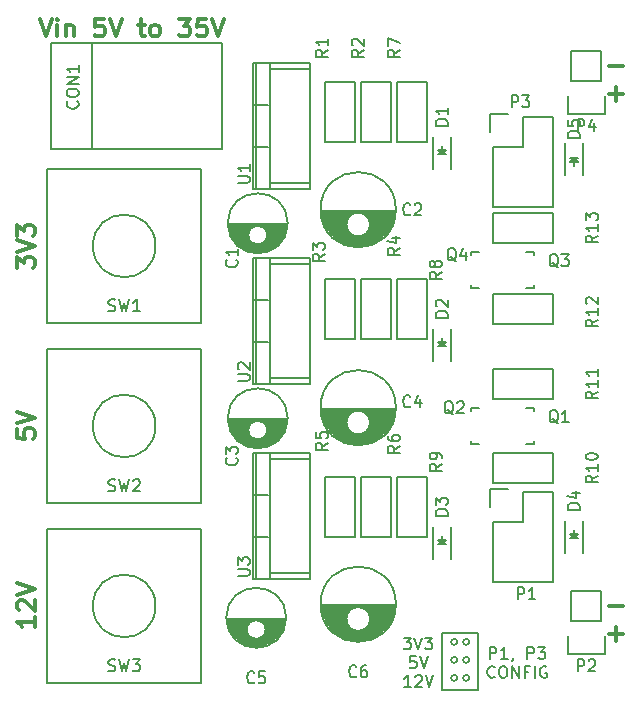
<source format=gto>
G04 #@! TF.FileFunction,Legend,Top*
%FSLAX46Y46*%
G04 Gerber Fmt 4.6, Leading zero omitted, Abs format (unit mm)*
G04 Created by KiCad (PCBNEW 4.0.2-stable) date 2016-04-28 09:31:23*
%MOMM*%
G01*
G04 APERTURE LIST*
%ADD10C,0.100000*%
%ADD11C,0.300000*%
%ADD12C,0.200000*%
%ADD13C,0.150000*%
G04 APERTURE END LIST*
D10*
D11*
X56349287Y-21403571D02*
X56849287Y-22903571D01*
X57349287Y-21403571D01*
X57849287Y-22903571D02*
X57849287Y-21903571D01*
X57849287Y-21403571D02*
X57777858Y-21475000D01*
X57849287Y-21546429D01*
X57920715Y-21475000D01*
X57849287Y-21403571D01*
X57849287Y-21546429D01*
X58563573Y-21903571D02*
X58563573Y-22903571D01*
X58563573Y-22046429D02*
X58635001Y-21975000D01*
X58777859Y-21903571D01*
X58992144Y-21903571D01*
X59135001Y-21975000D01*
X59206430Y-22117857D01*
X59206430Y-22903571D01*
X61777859Y-21403571D02*
X61063573Y-21403571D01*
X60992144Y-22117857D01*
X61063573Y-22046429D01*
X61206430Y-21975000D01*
X61563573Y-21975000D01*
X61706430Y-22046429D01*
X61777859Y-22117857D01*
X61849287Y-22260714D01*
X61849287Y-22617857D01*
X61777859Y-22760714D01*
X61706430Y-22832143D01*
X61563573Y-22903571D01*
X61206430Y-22903571D01*
X61063573Y-22832143D01*
X60992144Y-22760714D01*
X62277858Y-21403571D02*
X62777858Y-22903571D01*
X63277858Y-21403571D01*
X64706429Y-21903571D02*
X65277858Y-21903571D01*
X64920715Y-21403571D02*
X64920715Y-22689286D01*
X64992143Y-22832143D01*
X65135001Y-22903571D01*
X65277858Y-22903571D01*
X65992144Y-22903571D02*
X65849286Y-22832143D01*
X65777858Y-22760714D01*
X65706429Y-22617857D01*
X65706429Y-22189286D01*
X65777858Y-22046429D01*
X65849286Y-21975000D01*
X65992144Y-21903571D01*
X66206429Y-21903571D01*
X66349286Y-21975000D01*
X66420715Y-22046429D01*
X66492144Y-22189286D01*
X66492144Y-22617857D01*
X66420715Y-22760714D01*
X66349286Y-22832143D01*
X66206429Y-22903571D01*
X65992144Y-22903571D01*
X68135001Y-21403571D02*
X69063572Y-21403571D01*
X68563572Y-21975000D01*
X68777858Y-21975000D01*
X68920715Y-22046429D01*
X68992144Y-22117857D01*
X69063572Y-22260714D01*
X69063572Y-22617857D01*
X68992144Y-22760714D01*
X68920715Y-22832143D01*
X68777858Y-22903571D01*
X68349286Y-22903571D01*
X68206429Y-22832143D01*
X68135001Y-22760714D01*
X70420715Y-21403571D02*
X69706429Y-21403571D01*
X69635000Y-22117857D01*
X69706429Y-22046429D01*
X69849286Y-21975000D01*
X70206429Y-21975000D01*
X70349286Y-22046429D01*
X70420715Y-22117857D01*
X70492143Y-22260714D01*
X70492143Y-22617857D01*
X70420715Y-22760714D01*
X70349286Y-22832143D01*
X70206429Y-22903571D01*
X69849286Y-22903571D01*
X69706429Y-22832143D01*
X69635000Y-22760714D01*
X70920714Y-21403571D02*
X71420714Y-22903571D01*
X71920714Y-21403571D01*
X55923571Y-72048571D02*
X55923571Y-72905714D01*
X55923571Y-72477142D02*
X54423571Y-72477142D01*
X54637857Y-72619999D01*
X54780714Y-72762857D01*
X54852143Y-72905714D01*
X54566429Y-71477143D02*
X54495000Y-71405714D01*
X54423571Y-71262857D01*
X54423571Y-70905714D01*
X54495000Y-70762857D01*
X54566429Y-70691428D01*
X54709286Y-70620000D01*
X54852143Y-70620000D01*
X55066429Y-70691428D01*
X55923571Y-71548571D01*
X55923571Y-70620000D01*
X54423571Y-70191429D02*
X55923571Y-69691429D01*
X54423571Y-69191429D01*
X54423571Y-56165713D02*
X54423571Y-56879999D01*
X55137857Y-56951428D01*
X55066429Y-56879999D01*
X54995000Y-56737142D01*
X54995000Y-56379999D01*
X55066429Y-56237142D01*
X55137857Y-56165713D01*
X55280714Y-56094285D01*
X55637857Y-56094285D01*
X55780714Y-56165713D01*
X55852143Y-56237142D01*
X55923571Y-56379999D01*
X55923571Y-56737142D01*
X55852143Y-56879999D01*
X55780714Y-56951428D01*
X54423571Y-55665714D02*
X55923571Y-55165714D01*
X54423571Y-54665714D01*
X54423571Y-42497142D02*
X54423571Y-41568571D01*
X54995000Y-42068571D01*
X54995000Y-41854285D01*
X55066429Y-41711428D01*
X55137857Y-41639999D01*
X55280714Y-41568571D01*
X55637857Y-41568571D01*
X55780714Y-41639999D01*
X55852143Y-41711428D01*
X55923571Y-41854285D01*
X55923571Y-42282857D01*
X55852143Y-42425714D01*
X55780714Y-42497142D01*
X54423571Y-41140000D02*
X55923571Y-40640000D01*
X54423571Y-40140000D01*
X54423571Y-39782857D02*
X54423571Y-38854286D01*
X54995000Y-39354286D01*
X54995000Y-39140000D01*
X55066429Y-38997143D01*
X55137857Y-38925714D01*
X55280714Y-38854286D01*
X55637857Y-38854286D01*
X55780714Y-38925714D01*
X55852143Y-38997143D01*
X55923571Y-39140000D01*
X55923571Y-39568572D01*
X55852143Y-39711429D01*
X55780714Y-39782857D01*
X105727428Y-27762857D02*
X104584571Y-27762857D01*
X105156000Y-27191429D02*
X105156000Y-28334286D01*
X105727428Y-25362857D02*
X104584571Y-25362857D01*
X105727428Y-73482857D02*
X104584571Y-73482857D01*
X105156000Y-72911429D02*
X105156000Y-74054286D01*
X105727428Y-71082857D02*
X104584571Y-71082857D01*
D12*
X94440667Y-75598381D02*
X94440667Y-74598381D01*
X94821620Y-74598381D01*
X94916858Y-74646000D01*
X94964477Y-74693619D01*
X95012096Y-74788857D01*
X95012096Y-74931714D01*
X94964477Y-75026952D01*
X94916858Y-75074571D01*
X94821620Y-75122190D01*
X94440667Y-75122190D01*
X95964477Y-75598381D02*
X95393048Y-75598381D01*
X95678762Y-75598381D02*
X95678762Y-74598381D01*
X95583524Y-74741238D01*
X95488286Y-74836476D01*
X95393048Y-74884095D01*
X96440667Y-75550762D02*
X96440667Y-75598381D01*
X96393048Y-75693619D01*
X96345429Y-75741238D01*
X97631143Y-75598381D02*
X97631143Y-74598381D01*
X98012096Y-74598381D01*
X98107334Y-74646000D01*
X98154953Y-74693619D01*
X98202572Y-74788857D01*
X98202572Y-74931714D01*
X98154953Y-75026952D01*
X98107334Y-75074571D01*
X98012096Y-75122190D01*
X97631143Y-75122190D01*
X98535905Y-74598381D02*
X99154953Y-74598381D01*
X98821619Y-74979333D01*
X98964477Y-74979333D01*
X99059715Y-75026952D01*
X99107334Y-75074571D01*
X99154953Y-75169810D01*
X99154953Y-75407905D01*
X99107334Y-75503143D01*
X99059715Y-75550762D01*
X98964477Y-75598381D01*
X98678762Y-75598381D01*
X98583524Y-75550762D01*
X98535905Y-75503143D01*
X94869239Y-77103143D02*
X94821620Y-77150762D01*
X94678763Y-77198381D01*
X94583525Y-77198381D01*
X94440667Y-77150762D01*
X94345429Y-77055524D01*
X94297810Y-76960286D01*
X94250191Y-76769810D01*
X94250191Y-76626952D01*
X94297810Y-76436476D01*
X94345429Y-76341238D01*
X94440667Y-76246000D01*
X94583525Y-76198381D01*
X94678763Y-76198381D01*
X94821620Y-76246000D01*
X94869239Y-76293619D01*
X95488286Y-76198381D02*
X95678763Y-76198381D01*
X95774001Y-76246000D01*
X95869239Y-76341238D01*
X95916858Y-76531714D01*
X95916858Y-76865048D01*
X95869239Y-77055524D01*
X95774001Y-77150762D01*
X95678763Y-77198381D01*
X95488286Y-77198381D01*
X95393048Y-77150762D01*
X95297810Y-77055524D01*
X95250191Y-76865048D01*
X95250191Y-76531714D01*
X95297810Y-76341238D01*
X95393048Y-76246000D01*
X95488286Y-76198381D01*
X96345429Y-77198381D02*
X96345429Y-76198381D01*
X96916858Y-77198381D01*
X96916858Y-76198381D01*
X97726382Y-76674571D02*
X97393048Y-76674571D01*
X97393048Y-77198381D02*
X97393048Y-76198381D01*
X97869239Y-76198381D01*
X98250191Y-77198381D02*
X98250191Y-76198381D01*
X99250191Y-76246000D02*
X99154953Y-76198381D01*
X99012096Y-76198381D01*
X98869238Y-76246000D01*
X98774000Y-76341238D01*
X98726381Y-76436476D01*
X98678762Y-76626952D01*
X98678762Y-76769810D01*
X98726381Y-76960286D01*
X98774000Y-77055524D01*
X98869238Y-77150762D01*
X99012096Y-77198381D01*
X99107334Y-77198381D01*
X99250191Y-77150762D01*
X99297810Y-77103143D01*
X99297810Y-76769810D01*
X99107334Y-76769810D01*
X92710000Y-77216000D02*
G75*
G03X92710000Y-77216000I-254000J0D01*
G01*
X91694000Y-77216000D02*
G75*
G03X91694000Y-77216000I-254000J0D01*
G01*
X92710000Y-75692000D02*
G75*
G03X92710000Y-75692000I-254000J0D01*
G01*
X91694000Y-75692000D02*
G75*
G03X91694000Y-75692000I-254000J0D01*
G01*
X92710000Y-74168000D02*
G75*
G03X92710000Y-74168000I-254000J0D01*
G01*
X91694000Y-74168000D02*
G75*
G03X91694000Y-74168000I-254000J0D01*
G01*
X93472000Y-73406000D02*
X90424000Y-73406000D01*
X93472000Y-78232000D02*
X93472000Y-73406000D01*
X90424000Y-78232000D02*
X93472000Y-78232000D01*
X90424000Y-73406000D02*
X90424000Y-78232000D01*
X87153905Y-73798381D02*
X87772953Y-73798381D01*
X87439619Y-74179333D01*
X87582477Y-74179333D01*
X87677715Y-74226952D01*
X87725334Y-74274571D01*
X87772953Y-74369810D01*
X87772953Y-74607905D01*
X87725334Y-74703143D01*
X87677715Y-74750762D01*
X87582477Y-74798381D01*
X87296762Y-74798381D01*
X87201524Y-74750762D01*
X87153905Y-74703143D01*
X88058667Y-73798381D02*
X88392000Y-74798381D01*
X88725334Y-73798381D01*
X88963429Y-73798381D02*
X89582477Y-73798381D01*
X89249143Y-74179333D01*
X89392001Y-74179333D01*
X89487239Y-74226952D01*
X89534858Y-74274571D01*
X89582477Y-74369810D01*
X89582477Y-74607905D01*
X89534858Y-74703143D01*
X89487239Y-74750762D01*
X89392001Y-74798381D01*
X89106286Y-74798381D01*
X89011048Y-74750762D01*
X88963429Y-74703143D01*
X88201524Y-75398381D02*
X87725333Y-75398381D01*
X87677714Y-75874571D01*
X87725333Y-75826952D01*
X87820571Y-75779333D01*
X88058667Y-75779333D01*
X88153905Y-75826952D01*
X88201524Y-75874571D01*
X88249143Y-75969810D01*
X88249143Y-76207905D01*
X88201524Y-76303143D01*
X88153905Y-76350762D01*
X88058667Y-76398381D01*
X87820571Y-76398381D01*
X87725333Y-76350762D01*
X87677714Y-76303143D01*
X88534857Y-75398381D02*
X88868190Y-76398381D01*
X89201524Y-75398381D01*
X87772953Y-77998381D02*
X87201524Y-77998381D01*
X87487238Y-77998381D02*
X87487238Y-76998381D01*
X87392000Y-77141238D01*
X87296762Y-77236476D01*
X87201524Y-77284095D01*
X88153905Y-77093619D02*
X88201524Y-77046000D01*
X88296762Y-76998381D01*
X88534858Y-76998381D01*
X88630096Y-77046000D01*
X88677715Y-77093619D01*
X88725334Y-77188857D01*
X88725334Y-77284095D01*
X88677715Y-77426952D01*
X88106286Y-77998381D01*
X88725334Y-77998381D01*
X89011048Y-76998381D02*
X89344381Y-77998381D01*
X89677715Y-76998381D01*
D13*
X60769500Y-23439120D02*
X60769500Y-32440880D01*
X57269380Y-23439120D02*
X57269380Y-32440880D01*
X57269380Y-32440880D02*
X71770240Y-32440880D01*
X71770240Y-32440880D02*
X71770240Y-23439120D01*
X71770240Y-23439120D02*
X57269380Y-23439120D01*
X99822000Y-40386000D02*
X94742000Y-40386000D01*
X94742000Y-40386000D02*
X94742000Y-37846000D01*
X94742000Y-37846000D02*
X99822000Y-37846000D01*
X99822000Y-37846000D02*
X99822000Y-40386000D01*
X98186240Y-43971160D02*
X98186240Y-43922900D01*
X97485200Y-41172180D02*
X98186240Y-41172180D01*
X98186240Y-41172180D02*
X98186240Y-41421100D01*
X98186240Y-43971160D02*
X98186240Y-44171820D01*
X98186240Y-44171820D02*
X97485200Y-44171820D01*
X77302000Y-38794000D02*
X72304000Y-38794000D01*
X77294000Y-38934000D02*
X74957000Y-38934000D01*
X74649000Y-38934000D02*
X72312000Y-38934000D01*
X77278000Y-39074000D02*
X75276000Y-39074000D01*
X74330000Y-39074000D02*
X72328000Y-39074000D01*
X77254000Y-39214000D02*
X75423000Y-39214000D01*
X74183000Y-39214000D02*
X72352000Y-39214000D01*
X77221000Y-39354000D02*
X75515000Y-39354000D01*
X74091000Y-39354000D02*
X72385000Y-39354000D01*
X77180000Y-39494000D02*
X75571000Y-39494000D01*
X74035000Y-39494000D02*
X72426000Y-39494000D01*
X77130000Y-39634000D02*
X75598000Y-39634000D01*
X74008000Y-39634000D02*
X72476000Y-39634000D01*
X77069000Y-39774000D02*
X75601000Y-39774000D01*
X74005000Y-39774000D02*
X72537000Y-39774000D01*
X76999000Y-39914000D02*
X75579000Y-39914000D01*
X74027000Y-39914000D02*
X72607000Y-39914000D01*
X76917000Y-40054000D02*
X75529000Y-40054000D01*
X74077000Y-40054000D02*
X72689000Y-40054000D01*
X76822000Y-40194000D02*
X75447000Y-40194000D01*
X74159000Y-40194000D02*
X72784000Y-40194000D01*
X76711000Y-40334000D02*
X75315000Y-40334000D01*
X74291000Y-40334000D02*
X72895000Y-40334000D01*
X76583000Y-40474000D02*
X75068000Y-40474000D01*
X74538000Y-40474000D02*
X73023000Y-40474000D01*
X76434000Y-40614000D02*
X73172000Y-40614000D01*
X76255000Y-40754000D02*
X73351000Y-40754000D01*
X76036000Y-40894000D02*
X73570000Y-40894000D01*
X75747000Y-41034000D02*
X73859000Y-41034000D01*
X75275000Y-41174000D02*
X74331000Y-41174000D01*
X75603000Y-39719000D02*
G75*
G03X75603000Y-39719000I-800000J0D01*
G01*
X77340500Y-38719000D02*
G75*
G03X77340500Y-38719000I-2537500J0D01*
G01*
X77302000Y-55304000D02*
X72304000Y-55304000D01*
X77294000Y-55444000D02*
X74957000Y-55444000D01*
X74649000Y-55444000D02*
X72312000Y-55444000D01*
X77278000Y-55584000D02*
X75276000Y-55584000D01*
X74330000Y-55584000D02*
X72328000Y-55584000D01*
X77254000Y-55724000D02*
X75423000Y-55724000D01*
X74183000Y-55724000D02*
X72352000Y-55724000D01*
X77221000Y-55864000D02*
X75515000Y-55864000D01*
X74091000Y-55864000D02*
X72385000Y-55864000D01*
X77180000Y-56004000D02*
X75571000Y-56004000D01*
X74035000Y-56004000D02*
X72426000Y-56004000D01*
X77130000Y-56144000D02*
X75598000Y-56144000D01*
X74008000Y-56144000D02*
X72476000Y-56144000D01*
X77069000Y-56284000D02*
X75601000Y-56284000D01*
X74005000Y-56284000D02*
X72537000Y-56284000D01*
X76999000Y-56424000D02*
X75579000Y-56424000D01*
X74027000Y-56424000D02*
X72607000Y-56424000D01*
X76917000Y-56564000D02*
X75529000Y-56564000D01*
X74077000Y-56564000D02*
X72689000Y-56564000D01*
X76822000Y-56704000D02*
X75447000Y-56704000D01*
X74159000Y-56704000D02*
X72784000Y-56704000D01*
X76711000Y-56844000D02*
X75315000Y-56844000D01*
X74291000Y-56844000D02*
X72895000Y-56844000D01*
X76583000Y-56984000D02*
X75068000Y-56984000D01*
X74538000Y-56984000D02*
X73023000Y-56984000D01*
X76434000Y-57124000D02*
X73172000Y-57124000D01*
X76255000Y-57264000D02*
X73351000Y-57264000D01*
X76036000Y-57404000D02*
X73570000Y-57404000D01*
X75747000Y-57544000D02*
X73859000Y-57544000D01*
X75275000Y-57684000D02*
X74331000Y-57684000D01*
X75603000Y-56229000D02*
G75*
G03X75603000Y-56229000I-800000J0D01*
G01*
X77340500Y-55229000D02*
G75*
G03X77340500Y-55229000I-2537500J0D01*
G01*
X77175000Y-72195000D02*
X72177000Y-72195000D01*
X77167000Y-72335000D02*
X74830000Y-72335000D01*
X74522000Y-72335000D02*
X72185000Y-72335000D01*
X77151000Y-72475000D02*
X75149000Y-72475000D01*
X74203000Y-72475000D02*
X72201000Y-72475000D01*
X77127000Y-72615000D02*
X75296000Y-72615000D01*
X74056000Y-72615000D02*
X72225000Y-72615000D01*
X77094000Y-72755000D02*
X75388000Y-72755000D01*
X73964000Y-72755000D02*
X72258000Y-72755000D01*
X77053000Y-72895000D02*
X75444000Y-72895000D01*
X73908000Y-72895000D02*
X72299000Y-72895000D01*
X77003000Y-73035000D02*
X75471000Y-73035000D01*
X73881000Y-73035000D02*
X72349000Y-73035000D01*
X76942000Y-73175000D02*
X75474000Y-73175000D01*
X73878000Y-73175000D02*
X72410000Y-73175000D01*
X76872000Y-73315000D02*
X75452000Y-73315000D01*
X73900000Y-73315000D02*
X72480000Y-73315000D01*
X76790000Y-73455000D02*
X75402000Y-73455000D01*
X73950000Y-73455000D02*
X72562000Y-73455000D01*
X76695000Y-73595000D02*
X75320000Y-73595000D01*
X74032000Y-73595000D02*
X72657000Y-73595000D01*
X76584000Y-73735000D02*
X75188000Y-73735000D01*
X74164000Y-73735000D02*
X72768000Y-73735000D01*
X76456000Y-73875000D02*
X74941000Y-73875000D01*
X74411000Y-73875000D02*
X72896000Y-73875000D01*
X76307000Y-74015000D02*
X73045000Y-74015000D01*
X76128000Y-74155000D02*
X73224000Y-74155000D01*
X75909000Y-74295000D02*
X73443000Y-74295000D01*
X75620000Y-74435000D02*
X73732000Y-74435000D01*
X75148000Y-74575000D02*
X74204000Y-74575000D01*
X75476000Y-73120000D02*
G75*
G03X75476000Y-73120000I-800000J0D01*
G01*
X77213500Y-72120000D02*
G75*
G03X77213500Y-72120000I-2537500J0D01*
G01*
X91174000Y-34112000D02*
X91174000Y-31412000D01*
X89674000Y-34112000D02*
X89674000Y-31412000D01*
X90574000Y-32612000D02*
X90324000Y-32612000D01*
X90324000Y-32612000D02*
X90474000Y-32762000D01*
X90074000Y-32862000D02*
X90774000Y-32862000D01*
X90424000Y-32512000D02*
X90424000Y-32162000D01*
X90424000Y-32862000D02*
X90074000Y-32512000D01*
X90074000Y-32512000D02*
X90774000Y-32512000D01*
X90774000Y-32512000D02*
X90424000Y-32862000D01*
X91174000Y-50368000D02*
X91174000Y-47668000D01*
X89674000Y-50368000D02*
X89674000Y-47668000D01*
X90574000Y-48868000D02*
X90324000Y-48868000D01*
X90324000Y-48868000D02*
X90474000Y-49018000D01*
X90074000Y-49118000D02*
X90774000Y-49118000D01*
X90424000Y-48768000D02*
X90424000Y-48418000D01*
X90424000Y-49118000D02*
X90074000Y-48768000D01*
X90074000Y-48768000D02*
X90774000Y-48768000D01*
X90774000Y-48768000D02*
X90424000Y-49118000D01*
X91174000Y-67132000D02*
X91174000Y-64432000D01*
X89674000Y-67132000D02*
X89674000Y-64432000D01*
X90574000Y-65632000D02*
X90324000Y-65632000D01*
X90324000Y-65632000D02*
X90474000Y-65782000D01*
X90074000Y-65882000D02*
X90774000Y-65882000D01*
X90424000Y-65532000D02*
X90424000Y-65182000D01*
X90424000Y-65882000D02*
X90074000Y-65532000D01*
X90074000Y-65532000D02*
X90774000Y-65532000D01*
X90774000Y-65532000D02*
X90424000Y-65882000D01*
X102350000Y-66624000D02*
X102350000Y-63924000D01*
X100850000Y-66624000D02*
X100850000Y-63924000D01*
X101750000Y-65124000D02*
X101500000Y-65124000D01*
X101500000Y-65124000D02*
X101650000Y-65274000D01*
X101250000Y-65374000D02*
X101950000Y-65374000D01*
X101600000Y-65024000D02*
X101600000Y-64674000D01*
X101600000Y-65374000D02*
X101250000Y-65024000D01*
X101250000Y-65024000D02*
X101950000Y-65024000D01*
X101950000Y-65024000D02*
X101600000Y-65374000D01*
X100850000Y-31928000D02*
X100850000Y-34628000D01*
X102350000Y-31928000D02*
X102350000Y-34628000D01*
X101450000Y-33428000D02*
X101700000Y-33428000D01*
X101700000Y-33428000D02*
X101550000Y-33278000D01*
X101950000Y-33178000D02*
X101250000Y-33178000D01*
X101600000Y-33528000D02*
X101600000Y-33878000D01*
X101600000Y-33178000D02*
X101950000Y-33528000D01*
X101950000Y-33528000D02*
X101250000Y-33528000D01*
X101250000Y-33528000D02*
X101600000Y-33178000D01*
X94742000Y-64008000D02*
X94742000Y-69088000D01*
X94462000Y-61188000D02*
X96012000Y-61188000D01*
X97282000Y-61468000D02*
X97282000Y-64008000D01*
X97282000Y-64008000D02*
X94742000Y-64008000D01*
X94742000Y-69088000D02*
X99822000Y-69088000D01*
X99822000Y-69088000D02*
X99822000Y-64008000D01*
X94462000Y-61188000D02*
X94462000Y-62738000D01*
X99822000Y-61468000D02*
X97282000Y-61468000D01*
X99822000Y-64008000D02*
X99822000Y-61468000D01*
X101346000Y-72390000D02*
X101346000Y-69850000D01*
X101066000Y-75210000D02*
X101066000Y-73660000D01*
X101346000Y-72390000D02*
X103886000Y-72390000D01*
X104166000Y-73660000D02*
X104166000Y-75210000D01*
X104166000Y-75210000D02*
X101066000Y-75210000D01*
X103886000Y-72390000D02*
X103886000Y-69850000D01*
X103886000Y-69850000D02*
X101346000Y-69850000D01*
X94742000Y-32258000D02*
X94742000Y-37338000D01*
X94462000Y-29438000D02*
X96012000Y-29438000D01*
X97282000Y-29718000D02*
X97282000Y-32258000D01*
X97282000Y-32258000D02*
X94742000Y-32258000D01*
X94742000Y-37338000D02*
X99822000Y-37338000D01*
X99822000Y-37338000D02*
X99822000Y-32258000D01*
X94462000Y-29438000D02*
X94462000Y-30988000D01*
X99822000Y-29718000D02*
X97282000Y-29718000D01*
X99822000Y-32258000D02*
X99822000Y-29718000D01*
X101346000Y-26670000D02*
X101346000Y-24130000D01*
X101066000Y-29490000D02*
X101066000Y-27940000D01*
X101346000Y-26670000D02*
X103886000Y-26670000D01*
X104166000Y-27940000D02*
X104166000Y-29490000D01*
X104166000Y-29490000D02*
X101066000Y-29490000D01*
X103886000Y-26670000D02*
X103886000Y-24130000D01*
X103886000Y-24130000D02*
X101346000Y-24130000D01*
X98186240Y-57179160D02*
X98186240Y-57130900D01*
X97485200Y-54380180D02*
X98186240Y-54380180D01*
X98186240Y-54380180D02*
X98186240Y-54629100D01*
X98186240Y-57179160D02*
X98186240Y-57379820D01*
X98186240Y-57379820D02*
X97485200Y-57379820D01*
X92821760Y-54580840D02*
X92821760Y-54629100D01*
X93522800Y-57379820D02*
X92821760Y-57379820D01*
X92821760Y-57379820D02*
X92821760Y-57130900D01*
X92821760Y-54580840D02*
X92821760Y-54380180D01*
X92821760Y-54380180D02*
X93522800Y-54380180D01*
X92821760Y-41372840D02*
X92821760Y-41421100D01*
X93522800Y-44171820D02*
X92821760Y-44171820D01*
X92821760Y-44171820D02*
X92821760Y-43922900D01*
X92821760Y-41372840D02*
X92821760Y-41172180D01*
X92821760Y-41172180D02*
X93522800Y-41172180D01*
X80518000Y-31877000D02*
X80518000Y-26797000D01*
X80518000Y-26797000D02*
X83058000Y-26797000D01*
X83058000Y-26797000D02*
X83058000Y-31877000D01*
X83058000Y-31877000D02*
X80518000Y-31877000D01*
X86106000Y-26797000D02*
X86106000Y-31877000D01*
X86106000Y-31877000D02*
X83566000Y-31877000D01*
X83566000Y-31877000D02*
X83566000Y-26797000D01*
X83566000Y-26797000D02*
X86106000Y-26797000D01*
X80518000Y-48514000D02*
X80518000Y-43434000D01*
X80518000Y-43434000D02*
X83058000Y-43434000D01*
X83058000Y-43434000D02*
X83058000Y-48514000D01*
X83058000Y-48514000D02*
X80518000Y-48514000D01*
X86106000Y-43434000D02*
X86106000Y-48514000D01*
X86106000Y-48514000D02*
X83566000Y-48514000D01*
X83566000Y-48514000D02*
X83566000Y-43434000D01*
X83566000Y-43434000D02*
X86106000Y-43434000D01*
X80518000Y-65278000D02*
X80518000Y-60198000D01*
X80518000Y-60198000D02*
X83058000Y-60198000D01*
X83058000Y-60198000D02*
X83058000Y-65278000D01*
X83058000Y-65278000D02*
X80518000Y-65278000D01*
X86106000Y-60198000D02*
X86106000Y-65278000D01*
X86106000Y-65278000D02*
X83566000Y-65278000D01*
X83566000Y-65278000D02*
X83566000Y-60198000D01*
X83566000Y-60198000D02*
X86106000Y-60198000D01*
X86614000Y-31877000D02*
X86614000Y-26797000D01*
X86614000Y-26797000D02*
X89154000Y-26797000D01*
X89154000Y-26797000D02*
X89154000Y-31877000D01*
X89154000Y-31877000D02*
X86614000Y-31877000D01*
X86614000Y-48514000D02*
X86614000Y-43434000D01*
X86614000Y-43434000D02*
X89154000Y-43434000D01*
X89154000Y-43434000D02*
X89154000Y-48514000D01*
X89154000Y-48514000D02*
X86614000Y-48514000D01*
X86614000Y-65278000D02*
X86614000Y-60198000D01*
X86614000Y-60198000D02*
X89154000Y-60198000D01*
X89154000Y-60198000D02*
X89154000Y-65278000D01*
X89154000Y-65278000D02*
X86614000Y-65278000D01*
X94742000Y-58166000D02*
X99822000Y-58166000D01*
X99822000Y-58166000D02*
X99822000Y-60706000D01*
X99822000Y-60706000D02*
X94742000Y-60706000D01*
X94742000Y-60706000D02*
X94742000Y-58166000D01*
X99822000Y-53594000D02*
X94742000Y-53594000D01*
X94742000Y-53594000D02*
X94742000Y-51054000D01*
X94742000Y-51054000D02*
X99822000Y-51054000D01*
X99822000Y-51054000D02*
X99822000Y-53594000D01*
X94742000Y-44704000D02*
X99822000Y-44704000D01*
X99822000Y-44704000D02*
X99822000Y-47244000D01*
X99822000Y-47244000D02*
X94742000Y-47244000D01*
X94742000Y-47244000D02*
X94742000Y-44704000D01*
X75819000Y-25654000D02*
X79248000Y-25654000D01*
X75819000Y-35306000D02*
X79248000Y-35306000D01*
X74676000Y-25146000D02*
X74676000Y-35814000D01*
X75692000Y-28702000D02*
X74422000Y-28702000D01*
X75692000Y-32258000D02*
X74422000Y-32258000D01*
X75819000Y-35814000D02*
X75819000Y-25146000D01*
X79248000Y-25146000D02*
X79248000Y-35814000D01*
X74422000Y-35814000D02*
X79248000Y-35814000D01*
X74422000Y-25146000D02*
X79248000Y-25146000D01*
X74422000Y-25146000D02*
X74422000Y-35814000D01*
X75819000Y-42164000D02*
X79248000Y-42164000D01*
X75819000Y-51816000D02*
X79248000Y-51816000D01*
X74676000Y-41656000D02*
X74676000Y-52324000D01*
X75692000Y-45212000D02*
X74422000Y-45212000D01*
X75692000Y-48768000D02*
X74422000Y-48768000D01*
X75819000Y-52324000D02*
X75819000Y-41656000D01*
X79248000Y-41656000D02*
X79248000Y-52324000D01*
X74422000Y-52324000D02*
X79248000Y-52324000D01*
X74422000Y-41656000D02*
X79248000Y-41656000D01*
X74422000Y-41656000D02*
X74422000Y-52324000D01*
X75819000Y-58674000D02*
X79248000Y-58674000D01*
X75819000Y-68326000D02*
X79248000Y-68326000D01*
X74676000Y-58166000D02*
X74676000Y-68834000D01*
X75692000Y-61722000D02*
X74422000Y-61722000D01*
X75692000Y-65278000D02*
X74422000Y-65278000D01*
X75819000Y-68834000D02*
X75819000Y-58166000D01*
X79248000Y-58166000D02*
X79248000Y-68834000D01*
X74422000Y-68834000D02*
X79248000Y-68834000D01*
X74422000Y-58166000D02*
X79248000Y-58166000D01*
X74422000Y-58166000D02*
X74422000Y-68834000D01*
X66150000Y-40640000D02*
G75*
G03X66150000Y-40640000I-2650000J0D01*
G01*
X57000000Y-34140000D02*
X70000000Y-34140000D01*
X70000000Y-34140000D02*
X70000000Y-47140000D01*
X70000000Y-47140000D02*
X57000000Y-47140000D01*
X57000000Y-47140000D02*
X57000000Y-34140000D01*
X66150000Y-55880000D02*
G75*
G03X66150000Y-55880000I-2650000J0D01*
G01*
X57000000Y-49380000D02*
X70000000Y-49380000D01*
X70000000Y-49380000D02*
X70000000Y-62380000D01*
X70000000Y-62380000D02*
X57000000Y-62380000D01*
X57000000Y-62380000D02*
X57000000Y-49380000D01*
X66150000Y-71120000D02*
G75*
G03X66150000Y-71120000I-2650000J0D01*
G01*
X57000000Y-64620000D02*
X70000000Y-64620000D01*
X70000000Y-64620000D02*
X70000000Y-77620000D01*
X70000000Y-77620000D02*
X57000000Y-77620000D01*
X57000000Y-77620000D02*
X57000000Y-64620000D01*
X86461000Y-37647000D02*
X80163000Y-37647000D01*
X86455000Y-37787000D02*
X80169000Y-37787000D01*
X86442000Y-37927000D02*
X83758000Y-37927000D01*
X82866000Y-37927000D02*
X80182000Y-37927000D01*
X86423000Y-38067000D02*
X83968000Y-38067000D01*
X82656000Y-38067000D02*
X80201000Y-38067000D01*
X86397000Y-38207000D02*
X84101000Y-38207000D01*
X82523000Y-38207000D02*
X80227000Y-38207000D01*
X86365000Y-38347000D02*
X84192000Y-38347000D01*
X82432000Y-38347000D02*
X80259000Y-38347000D01*
X86326000Y-38487000D02*
X84254000Y-38487000D01*
X82370000Y-38487000D02*
X80298000Y-38487000D01*
X86280000Y-38627000D02*
X84293000Y-38627000D01*
X82331000Y-38627000D02*
X80344000Y-38627000D01*
X86227000Y-38767000D02*
X84310000Y-38767000D01*
X82314000Y-38767000D02*
X80397000Y-38767000D01*
X86165000Y-38907000D02*
X84308000Y-38907000D01*
X82316000Y-38907000D02*
X80459000Y-38907000D01*
X86095000Y-39047000D02*
X84286000Y-39047000D01*
X82338000Y-39047000D02*
X80529000Y-39047000D01*
X86016000Y-39187000D02*
X84243000Y-39187000D01*
X82381000Y-39187000D02*
X80608000Y-39187000D01*
X85928000Y-39327000D02*
X84175000Y-39327000D01*
X82449000Y-39327000D02*
X80696000Y-39327000D01*
X85828000Y-39467000D02*
X84076000Y-39467000D01*
X82548000Y-39467000D02*
X80796000Y-39467000D01*
X85716000Y-39607000D02*
X83931000Y-39607000D01*
X82693000Y-39607000D02*
X80908000Y-39607000D01*
X85591000Y-39747000D02*
X83692000Y-39747000D01*
X82932000Y-39747000D02*
X81033000Y-39747000D01*
X85448000Y-39887000D02*
X81176000Y-39887000D01*
X85286000Y-40027000D02*
X81338000Y-40027000D01*
X85098000Y-40167000D02*
X81526000Y-40167000D01*
X84875000Y-40307000D02*
X81749000Y-40307000D01*
X84599000Y-40447000D02*
X82025000Y-40447000D01*
X84224000Y-40587000D02*
X82400000Y-40587000D01*
X84312000Y-38822000D02*
G75*
G03X84312000Y-38822000I-1000000J0D01*
G01*
X86499500Y-37572000D02*
G75*
G03X86499500Y-37572000I-3187500J0D01*
G01*
X86461000Y-54411000D02*
X80163000Y-54411000D01*
X86455000Y-54551000D02*
X80169000Y-54551000D01*
X86442000Y-54691000D02*
X83758000Y-54691000D01*
X82866000Y-54691000D02*
X80182000Y-54691000D01*
X86423000Y-54831000D02*
X83968000Y-54831000D01*
X82656000Y-54831000D02*
X80201000Y-54831000D01*
X86397000Y-54971000D02*
X84101000Y-54971000D01*
X82523000Y-54971000D02*
X80227000Y-54971000D01*
X86365000Y-55111000D02*
X84192000Y-55111000D01*
X82432000Y-55111000D02*
X80259000Y-55111000D01*
X86326000Y-55251000D02*
X84254000Y-55251000D01*
X82370000Y-55251000D02*
X80298000Y-55251000D01*
X86280000Y-55391000D02*
X84293000Y-55391000D01*
X82331000Y-55391000D02*
X80344000Y-55391000D01*
X86227000Y-55531000D02*
X84310000Y-55531000D01*
X82314000Y-55531000D02*
X80397000Y-55531000D01*
X86165000Y-55671000D02*
X84308000Y-55671000D01*
X82316000Y-55671000D02*
X80459000Y-55671000D01*
X86095000Y-55811000D02*
X84286000Y-55811000D01*
X82338000Y-55811000D02*
X80529000Y-55811000D01*
X86016000Y-55951000D02*
X84243000Y-55951000D01*
X82381000Y-55951000D02*
X80608000Y-55951000D01*
X85928000Y-56091000D02*
X84175000Y-56091000D01*
X82449000Y-56091000D02*
X80696000Y-56091000D01*
X85828000Y-56231000D02*
X84076000Y-56231000D01*
X82548000Y-56231000D02*
X80796000Y-56231000D01*
X85716000Y-56371000D02*
X83931000Y-56371000D01*
X82693000Y-56371000D02*
X80908000Y-56371000D01*
X85591000Y-56511000D02*
X83692000Y-56511000D01*
X82932000Y-56511000D02*
X81033000Y-56511000D01*
X85448000Y-56651000D02*
X81176000Y-56651000D01*
X85286000Y-56791000D02*
X81338000Y-56791000D01*
X85098000Y-56931000D02*
X81526000Y-56931000D01*
X84875000Y-57071000D02*
X81749000Y-57071000D01*
X84599000Y-57211000D02*
X82025000Y-57211000D01*
X84224000Y-57351000D02*
X82400000Y-57351000D01*
X84312000Y-55586000D02*
G75*
G03X84312000Y-55586000I-1000000J0D01*
G01*
X86499500Y-54336000D02*
G75*
G03X86499500Y-54336000I-3187500J0D01*
G01*
X86461000Y-71048000D02*
X80163000Y-71048000D01*
X86455000Y-71188000D02*
X80169000Y-71188000D01*
X86442000Y-71328000D02*
X83758000Y-71328000D01*
X82866000Y-71328000D02*
X80182000Y-71328000D01*
X86423000Y-71468000D02*
X83968000Y-71468000D01*
X82656000Y-71468000D02*
X80201000Y-71468000D01*
X86397000Y-71608000D02*
X84101000Y-71608000D01*
X82523000Y-71608000D02*
X80227000Y-71608000D01*
X86365000Y-71748000D02*
X84192000Y-71748000D01*
X82432000Y-71748000D02*
X80259000Y-71748000D01*
X86326000Y-71888000D02*
X84254000Y-71888000D01*
X82370000Y-71888000D02*
X80298000Y-71888000D01*
X86280000Y-72028000D02*
X84293000Y-72028000D01*
X82331000Y-72028000D02*
X80344000Y-72028000D01*
X86227000Y-72168000D02*
X84310000Y-72168000D01*
X82314000Y-72168000D02*
X80397000Y-72168000D01*
X86165000Y-72308000D02*
X84308000Y-72308000D01*
X82316000Y-72308000D02*
X80459000Y-72308000D01*
X86095000Y-72448000D02*
X84286000Y-72448000D01*
X82338000Y-72448000D02*
X80529000Y-72448000D01*
X86016000Y-72588000D02*
X84243000Y-72588000D01*
X82381000Y-72588000D02*
X80608000Y-72588000D01*
X85928000Y-72728000D02*
X84175000Y-72728000D01*
X82449000Y-72728000D02*
X80696000Y-72728000D01*
X85828000Y-72868000D02*
X84076000Y-72868000D01*
X82548000Y-72868000D02*
X80796000Y-72868000D01*
X85716000Y-73008000D02*
X83931000Y-73008000D01*
X82693000Y-73008000D02*
X80908000Y-73008000D01*
X85591000Y-73148000D02*
X83692000Y-73148000D01*
X82932000Y-73148000D02*
X81033000Y-73148000D01*
X85448000Y-73288000D02*
X81176000Y-73288000D01*
X85286000Y-73428000D02*
X81338000Y-73428000D01*
X85098000Y-73568000D02*
X81526000Y-73568000D01*
X84875000Y-73708000D02*
X81749000Y-73708000D01*
X84599000Y-73848000D02*
X82025000Y-73848000D01*
X84224000Y-73988000D02*
X82400000Y-73988000D01*
X84312000Y-72223000D02*
G75*
G03X84312000Y-72223000I-1000000J0D01*
G01*
X86499500Y-70973000D02*
G75*
G03X86499500Y-70973000I-3187500J0D01*
G01*
X59539143Y-28392285D02*
X59586762Y-28439904D01*
X59634381Y-28582761D01*
X59634381Y-28677999D01*
X59586762Y-28820857D01*
X59491524Y-28916095D01*
X59396286Y-28963714D01*
X59205810Y-29011333D01*
X59062952Y-29011333D01*
X58872476Y-28963714D01*
X58777238Y-28916095D01*
X58682000Y-28820857D01*
X58634381Y-28677999D01*
X58634381Y-28582761D01*
X58682000Y-28439904D01*
X58729619Y-28392285D01*
X58634381Y-27773238D02*
X58634381Y-27582761D01*
X58682000Y-27487523D01*
X58777238Y-27392285D01*
X58967714Y-27344666D01*
X59301048Y-27344666D01*
X59491524Y-27392285D01*
X59586762Y-27487523D01*
X59634381Y-27582761D01*
X59634381Y-27773238D01*
X59586762Y-27868476D01*
X59491524Y-27963714D01*
X59301048Y-28011333D01*
X58967714Y-28011333D01*
X58777238Y-27963714D01*
X58682000Y-27868476D01*
X58634381Y-27773238D01*
X59634381Y-26916095D02*
X58634381Y-26916095D01*
X59634381Y-26344666D01*
X58634381Y-26344666D01*
X59634381Y-25344666D02*
X59634381Y-25916095D01*
X59634381Y-25630381D02*
X58634381Y-25630381D01*
X58777238Y-25725619D01*
X58872476Y-25820857D01*
X58920095Y-25916095D01*
X103576381Y-39758857D02*
X103100190Y-40092191D01*
X103576381Y-40330286D02*
X102576381Y-40330286D01*
X102576381Y-39949333D01*
X102624000Y-39854095D01*
X102671619Y-39806476D01*
X102766857Y-39758857D01*
X102909714Y-39758857D01*
X103004952Y-39806476D01*
X103052571Y-39854095D01*
X103100190Y-39949333D01*
X103100190Y-40330286D01*
X103576381Y-38806476D02*
X103576381Y-39377905D01*
X103576381Y-39092191D02*
X102576381Y-39092191D01*
X102719238Y-39187429D01*
X102814476Y-39282667D01*
X102862095Y-39377905D01*
X102576381Y-38473143D02*
X102576381Y-37854095D01*
X102957333Y-38187429D01*
X102957333Y-38044571D01*
X103004952Y-37949333D01*
X103052571Y-37901714D01*
X103147810Y-37854095D01*
X103385905Y-37854095D01*
X103481143Y-37901714D01*
X103528762Y-37949333D01*
X103576381Y-38044571D01*
X103576381Y-38330286D01*
X103528762Y-38425524D01*
X103481143Y-38473143D01*
X100234762Y-42457619D02*
X100139524Y-42410000D01*
X100044286Y-42314762D01*
X99901429Y-42171905D01*
X99806190Y-42124286D01*
X99710952Y-42124286D01*
X99758571Y-42362381D02*
X99663333Y-42314762D01*
X99568095Y-42219524D01*
X99520476Y-42029048D01*
X99520476Y-41695714D01*
X99568095Y-41505238D01*
X99663333Y-41410000D01*
X99758571Y-41362381D01*
X99949048Y-41362381D01*
X100044286Y-41410000D01*
X100139524Y-41505238D01*
X100187143Y-41695714D01*
X100187143Y-42029048D01*
X100139524Y-42219524D01*
X100044286Y-42314762D01*
X99949048Y-42362381D01*
X99758571Y-42362381D01*
X100520476Y-41362381D02*
X101139524Y-41362381D01*
X100806190Y-41743333D01*
X100949048Y-41743333D01*
X101044286Y-41790952D01*
X101091905Y-41838571D01*
X101139524Y-41933810D01*
X101139524Y-42171905D01*
X101091905Y-42267143D01*
X101044286Y-42314762D01*
X100949048Y-42362381D01*
X100663333Y-42362381D01*
X100568095Y-42314762D01*
X100520476Y-42267143D01*
X73001143Y-41822666D02*
X73048762Y-41870285D01*
X73096381Y-42013142D01*
X73096381Y-42108380D01*
X73048762Y-42251238D01*
X72953524Y-42346476D01*
X72858286Y-42394095D01*
X72667810Y-42441714D01*
X72524952Y-42441714D01*
X72334476Y-42394095D01*
X72239238Y-42346476D01*
X72144000Y-42251238D01*
X72096381Y-42108380D01*
X72096381Y-42013142D01*
X72144000Y-41870285D01*
X72191619Y-41822666D01*
X73096381Y-40870285D02*
X73096381Y-41441714D01*
X73096381Y-41156000D02*
X72096381Y-41156000D01*
X72239238Y-41251238D01*
X72334476Y-41346476D01*
X72382095Y-41441714D01*
X73001143Y-58586666D02*
X73048762Y-58634285D01*
X73096381Y-58777142D01*
X73096381Y-58872380D01*
X73048762Y-59015238D01*
X72953524Y-59110476D01*
X72858286Y-59158095D01*
X72667810Y-59205714D01*
X72524952Y-59205714D01*
X72334476Y-59158095D01*
X72239238Y-59110476D01*
X72144000Y-59015238D01*
X72096381Y-58872380D01*
X72096381Y-58777142D01*
X72144000Y-58634285D01*
X72191619Y-58586666D01*
X72096381Y-58253333D02*
X72096381Y-57634285D01*
X72477333Y-57967619D01*
X72477333Y-57824761D01*
X72524952Y-57729523D01*
X72572571Y-57681904D01*
X72667810Y-57634285D01*
X72905905Y-57634285D01*
X73001143Y-57681904D01*
X73048762Y-57729523D01*
X73096381Y-57824761D01*
X73096381Y-58110476D01*
X73048762Y-58205714D01*
X73001143Y-58253333D01*
X74509334Y-77573143D02*
X74461715Y-77620762D01*
X74318858Y-77668381D01*
X74223620Y-77668381D01*
X74080762Y-77620762D01*
X73985524Y-77525524D01*
X73937905Y-77430286D01*
X73890286Y-77239810D01*
X73890286Y-77096952D01*
X73937905Y-76906476D01*
X73985524Y-76811238D01*
X74080762Y-76716000D01*
X74223620Y-76668381D01*
X74318858Y-76668381D01*
X74461715Y-76716000D01*
X74509334Y-76763619D01*
X75414096Y-76668381D02*
X74937905Y-76668381D01*
X74890286Y-77144571D01*
X74937905Y-77096952D01*
X75033143Y-77049333D01*
X75271239Y-77049333D01*
X75366477Y-77096952D01*
X75414096Y-77144571D01*
X75461715Y-77239810D01*
X75461715Y-77477905D01*
X75414096Y-77573143D01*
X75366477Y-77620762D01*
X75271239Y-77668381D01*
X75033143Y-77668381D01*
X74937905Y-77620762D01*
X74890286Y-77573143D01*
X90876381Y-30456095D02*
X89876381Y-30456095D01*
X89876381Y-30218000D01*
X89924000Y-30075142D01*
X90019238Y-29979904D01*
X90114476Y-29932285D01*
X90304952Y-29884666D01*
X90447810Y-29884666D01*
X90638286Y-29932285D01*
X90733524Y-29979904D01*
X90828762Y-30075142D01*
X90876381Y-30218000D01*
X90876381Y-30456095D01*
X90876381Y-28932285D02*
X90876381Y-29503714D01*
X90876381Y-29218000D02*
X89876381Y-29218000D01*
X90019238Y-29313238D01*
X90114476Y-29408476D01*
X90162095Y-29503714D01*
X90876381Y-46712095D02*
X89876381Y-46712095D01*
X89876381Y-46474000D01*
X89924000Y-46331142D01*
X90019238Y-46235904D01*
X90114476Y-46188285D01*
X90304952Y-46140666D01*
X90447810Y-46140666D01*
X90638286Y-46188285D01*
X90733524Y-46235904D01*
X90828762Y-46331142D01*
X90876381Y-46474000D01*
X90876381Y-46712095D01*
X89971619Y-45759714D02*
X89924000Y-45712095D01*
X89876381Y-45616857D01*
X89876381Y-45378761D01*
X89924000Y-45283523D01*
X89971619Y-45235904D01*
X90066857Y-45188285D01*
X90162095Y-45188285D01*
X90304952Y-45235904D01*
X90876381Y-45807333D01*
X90876381Y-45188285D01*
X90876381Y-63476095D02*
X89876381Y-63476095D01*
X89876381Y-63238000D01*
X89924000Y-63095142D01*
X90019238Y-62999904D01*
X90114476Y-62952285D01*
X90304952Y-62904666D01*
X90447810Y-62904666D01*
X90638286Y-62952285D01*
X90733524Y-62999904D01*
X90828762Y-63095142D01*
X90876381Y-63238000D01*
X90876381Y-63476095D01*
X89876381Y-62571333D02*
X89876381Y-61952285D01*
X90257333Y-62285619D01*
X90257333Y-62142761D01*
X90304952Y-62047523D01*
X90352571Y-61999904D01*
X90447810Y-61952285D01*
X90685905Y-61952285D01*
X90781143Y-61999904D01*
X90828762Y-62047523D01*
X90876381Y-62142761D01*
X90876381Y-62428476D01*
X90828762Y-62523714D01*
X90781143Y-62571333D01*
X102052381Y-62968095D02*
X101052381Y-62968095D01*
X101052381Y-62730000D01*
X101100000Y-62587142D01*
X101195238Y-62491904D01*
X101290476Y-62444285D01*
X101480952Y-62396666D01*
X101623810Y-62396666D01*
X101814286Y-62444285D01*
X101909524Y-62491904D01*
X102004762Y-62587142D01*
X102052381Y-62730000D01*
X102052381Y-62968095D01*
X101385714Y-61539523D02*
X102052381Y-61539523D01*
X101004762Y-61777619D02*
X101719048Y-62015714D01*
X101719048Y-61396666D01*
X102052381Y-31472095D02*
X101052381Y-31472095D01*
X101052381Y-31234000D01*
X101100000Y-31091142D01*
X101195238Y-30995904D01*
X101290476Y-30948285D01*
X101480952Y-30900666D01*
X101623810Y-30900666D01*
X101814286Y-30948285D01*
X101909524Y-30995904D01*
X102004762Y-31091142D01*
X102052381Y-31234000D01*
X102052381Y-31472095D01*
X101052381Y-29995904D02*
X101052381Y-30472095D01*
X101528571Y-30519714D01*
X101480952Y-30472095D01*
X101433333Y-30376857D01*
X101433333Y-30138761D01*
X101480952Y-30043523D01*
X101528571Y-29995904D01*
X101623810Y-29948285D01*
X101861905Y-29948285D01*
X101957143Y-29995904D01*
X102004762Y-30043523D01*
X102052381Y-30138761D01*
X102052381Y-30376857D01*
X102004762Y-30472095D01*
X101957143Y-30519714D01*
X96797905Y-70556381D02*
X96797905Y-69556381D01*
X97178858Y-69556381D01*
X97274096Y-69604000D01*
X97321715Y-69651619D01*
X97369334Y-69746857D01*
X97369334Y-69889714D01*
X97321715Y-69984952D01*
X97274096Y-70032571D01*
X97178858Y-70080190D01*
X96797905Y-70080190D01*
X98321715Y-70556381D02*
X97750286Y-70556381D01*
X98036000Y-70556381D02*
X98036000Y-69556381D01*
X97940762Y-69699238D01*
X97845524Y-69794476D01*
X97750286Y-69842095D01*
X101877905Y-76652381D02*
X101877905Y-75652381D01*
X102258858Y-75652381D01*
X102354096Y-75700000D01*
X102401715Y-75747619D01*
X102449334Y-75842857D01*
X102449334Y-75985714D01*
X102401715Y-76080952D01*
X102354096Y-76128571D01*
X102258858Y-76176190D01*
X101877905Y-76176190D01*
X102830286Y-75747619D02*
X102877905Y-75700000D01*
X102973143Y-75652381D01*
X103211239Y-75652381D01*
X103306477Y-75700000D01*
X103354096Y-75747619D01*
X103401715Y-75842857D01*
X103401715Y-75938095D01*
X103354096Y-76080952D01*
X102782667Y-76652381D01*
X103401715Y-76652381D01*
X96289905Y-28900381D02*
X96289905Y-27900381D01*
X96670858Y-27900381D01*
X96766096Y-27948000D01*
X96813715Y-27995619D01*
X96861334Y-28090857D01*
X96861334Y-28233714D01*
X96813715Y-28328952D01*
X96766096Y-28376571D01*
X96670858Y-28424190D01*
X96289905Y-28424190D01*
X97194667Y-27900381D02*
X97813715Y-27900381D01*
X97480381Y-28281333D01*
X97623239Y-28281333D01*
X97718477Y-28328952D01*
X97766096Y-28376571D01*
X97813715Y-28471810D01*
X97813715Y-28709905D01*
X97766096Y-28805143D01*
X97718477Y-28852762D01*
X97623239Y-28900381D01*
X97337524Y-28900381D01*
X97242286Y-28852762D01*
X97194667Y-28805143D01*
X101877905Y-30932381D02*
X101877905Y-29932381D01*
X102258858Y-29932381D01*
X102354096Y-29980000D01*
X102401715Y-30027619D01*
X102449334Y-30122857D01*
X102449334Y-30265714D01*
X102401715Y-30360952D01*
X102354096Y-30408571D01*
X102258858Y-30456190D01*
X101877905Y-30456190D01*
X103306477Y-30265714D02*
X103306477Y-30932381D01*
X103068381Y-29884762D02*
X102830286Y-30599048D01*
X103449334Y-30599048D01*
X100234762Y-55665619D02*
X100139524Y-55618000D01*
X100044286Y-55522762D01*
X99901429Y-55379905D01*
X99806190Y-55332286D01*
X99710952Y-55332286D01*
X99758571Y-55570381D02*
X99663333Y-55522762D01*
X99568095Y-55427524D01*
X99520476Y-55237048D01*
X99520476Y-54903714D01*
X99568095Y-54713238D01*
X99663333Y-54618000D01*
X99758571Y-54570381D01*
X99949048Y-54570381D01*
X100044286Y-54618000D01*
X100139524Y-54713238D01*
X100187143Y-54903714D01*
X100187143Y-55237048D01*
X100139524Y-55427524D01*
X100044286Y-55522762D01*
X99949048Y-55570381D01*
X99758571Y-55570381D01*
X101139524Y-55570381D02*
X100568095Y-55570381D01*
X100853809Y-55570381D02*
X100853809Y-54570381D01*
X100758571Y-54713238D01*
X100663333Y-54808476D01*
X100568095Y-54856095D01*
X91344762Y-54903619D02*
X91249524Y-54856000D01*
X91154286Y-54760762D01*
X91011429Y-54617905D01*
X90916190Y-54570286D01*
X90820952Y-54570286D01*
X90868571Y-54808381D02*
X90773333Y-54760762D01*
X90678095Y-54665524D01*
X90630476Y-54475048D01*
X90630476Y-54141714D01*
X90678095Y-53951238D01*
X90773333Y-53856000D01*
X90868571Y-53808381D01*
X91059048Y-53808381D01*
X91154286Y-53856000D01*
X91249524Y-53951238D01*
X91297143Y-54141714D01*
X91297143Y-54475048D01*
X91249524Y-54665524D01*
X91154286Y-54760762D01*
X91059048Y-54808381D01*
X90868571Y-54808381D01*
X91678095Y-53903619D02*
X91725714Y-53856000D01*
X91820952Y-53808381D01*
X92059048Y-53808381D01*
X92154286Y-53856000D01*
X92201905Y-53903619D01*
X92249524Y-53998857D01*
X92249524Y-54094095D01*
X92201905Y-54236952D01*
X91630476Y-54808381D01*
X92249524Y-54808381D01*
X91598762Y-41949619D02*
X91503524Y-41902000D01*
X91408286Y-41806762D01*
X91265429Y-41663905D01*
X91170190Y-41616286D01*
X91074952Y-41616286D01*
X91122571Y-41854381D02*
X91027333Y-41806762D01*
X90932095Y-41711524D01*
X90884476Y-41521048D01*
X90884476Y-41187714D01*
X90932095Y-40997238D01*
X91027333Y-40902000D01*
X91122571Y-40854381D01*
X91313048Y-40854381D01*
X91408286Y-40902000D01*
X91503524Y-40997238D01*
X91551143Y-41187714D01*
X91551143Y-41521048D01*
X91503524Y-41711524D01*
X91408286Y-41806762D01*
X91313048Y-41854381D01*
X91122571Y-41854381D01*
X92408286Y-41187714D02*
X92408286Y-41854381D01*
X92170190Y-40806762D02*
X91932095Y-41521048D01*
X92551143Y-41521048D01*
X80716381Y-24042666D02*
X80240190Y-24376000D01*
X80716381Y-24614095D02*
X79716381Y-24614095D01*
X79716381Y-24233142D01*
X79764000Y-24137904D01*
X79811619Y-24090285D01*
X79906857Y-24042666D01*
X80049714Y-24042666D01*
X80144952Y-24090285D01*
X80192571Y-24137904D01*
X80240190Y-24233142D01*
X80240190Y-24614095D01*
X80716381Y-23090285D02*
X80716381Y-23661714D01*
X80716381Y-23376000D02*
X79716381Y-23376000D01*
X79859238Y-23471238D01*
X79954476Y-23566476D01*
X80002095Y-23661714D01*
X83764381Y-24042666D02*
X83288190Y-24376000D01*
X83764381Y-24614095D02*
X82764381Y-24614095D01*
X82764381Y-24233142D01*
X82812000Y-24137904D01*
X82859619Y-24090285D01*
X82954857Y-24042666D01*
X83097714Y-24042666D01*
X83192952Y-24090285D01*
X83240571Y-24137904D01*
X83288190Y-24233142D01*
X83288190Y-24614095D01*
X82859619Y-23661714D02*
X82812000Y-23614095D01*
X82764381Y-23518857D01*
X82764381Y-23280761D01*
X82812000Y-23185523D01*
X82859619Y-23137904D01*
X82954857Y-23090285D01*
X83050095Y-23090285D01*
X83192952Y-23137904D01*
X83764381Y-23709333D01*
X83764381Y-23090285D01*
X80462381Y-41314666D02*
X79986190Y-41648000D01*
X80462381Y-41886095D02*
X79462381Y-41886095D01*
X79462381Y-41505142D01*
X79510000Y-41409904D01*
X79557619Y-41362285D01*
X79652857Y-41314666D01*
X79795714Y-41314666D01*
X79890952Y-41362285D01*
X79938571Y-41409904D01*
X79986190Y-41505142D01*
X79986190Y-41886095D01*
X79462381Y-40981333D02*
X79462381Y-40362285D01*
X79843333Y-40695619D01*
X79843333Y-40552761D01*
X79890952Y-40457523D01*
X79938571Y-40409904D01*
X80033810Y-40362285D01*
X80271905Y-40362285D01*
X80367143Y-40409904D01*
X80414762Y-40457523D01*
X80462381Y-40552761D01*
X80462381Y-40838476D01*
X80414762Y-40933714D01*
X80367143Y-40981333D01*
X86812381Y-40806666D02*
X86336190Y-41140000D01*
X86812381Y-41378095D02*
X85812381Y-41378095D01*
X85812381Y-40997142D01*
X85860000Y-40901904D01*
X85907619Y-40854285D01*
X86002857Y-40806666D01*
X86145714Y-40806666D01*
X86240952Y-40854285D01*
X86288571Y-40901904D01*
X86336190Y-40997142D01*
X86336190Y-41378095D01*
X86145714Y-39949523D02*
X86812381Y-39949523D01*
X85764762Y-40187619D02*
X86479048Y-40425714D01*
X86479048Y-39806666D01*
X80716381Y-57316666D02*
X80240190Y-57650000D01*
X80716381Y-57888095D02*
X79716381Y-57888095D01*
X79716381Y-57507142D01*
X79764000Y-57411904D01*
X79811619Y-57364285D01*
X79906857Y-57316666D01*
X80049714Y-57316666D01*
X80144952Y-57364285D01*
X80192571Y-57411904D01*
X80240190Y-57507142D01*
X80240190Y-57888095D01*
X79716381Y-56411904D02*
X79716381Y-56888095D01*
X80192571Y-56935714D01*
X80144952Y-56888095D01*
X80097333Y-56792857D01*
X80097333Y-56554761D01*
X80144952Y-56459523D01*
X80192571Y-56411904D01*
X80287810Y-56364285D01*
X80525905Y-56364285D01*
X80621143Y-56411904D01*
X80668762Y-56459523D01*
X80716381Y-56554761D01*
X80716381Y-56792857D01*
X80668762Y-56888095D01*
X80621143Y-56935714D01*
X86812381Y-57570666D02*
X86336190Y-57904000D01*
X86812381Y-58142095D02*
X85812381Y-58142095D01*
X85812381Y-57761142D01*
X85860000Y-57665904D01*
X85907619Y-57618285D01*
X86002857Y-57570666D01*
X86145714Y-57570666D01*
X86240952Y-57618285D01*
X86288571Y-57665904D01*
X86336190Y-57761142D01*
X86336190Y-58142095D01*
X85812381Y-56713523D02*
X85812381Y-56904000D01*
X85860000Y-56999238D01*
X85907619Y-57046857D01*
X86050476Y-57142095D01*
X86240952Y-57189714D01*
X86621905Y-57189714D01*
X86717143Y-57142095D01*
X86764762Y-57094476D01*
X86812381Y-56999238D01*
X86812381Y-56808761D01*
X86764762Y-56713523D01*
X86717143Y-56665904D01*
X86621905Y-56618285D01*
X86383810Y-56618285D01*
X86288571Y-56665904D01*
X86240952Y-56713523D01*
X86193333Y-56808761D01*
X86193333Y-56999238D01*
X86240952Y-57094476D01*
X86288571Y-57142095D01*
X86383810Y-57189714D01*
X86812381Y-24042666D02*
X86336190Y-24376000D01*
X86812381Y-24614095D02*
X85812381Y-24614095D01*
X85812381Y-24233142D01*
X85860000Y-24137904D01*
X85907619Y-24090285D01*
X86002857Y-24042666D01*
X86145714Y-24042666D01*
X86240952Y-24090285D01*
X86288571Y-24137904D01*
X86336190Y-24233142D01*
X86336190Y-24614095D01*
X85812381Y-23709333D02*
X85812381Y-23042666D01*
X86812381Y-23471238D01*
X90368381Y-42838666D02*
X89892190Y-43172000D01*
X90368381Y-43410095D02*
X89368381Y-43410095D01*
X89368381Y-43029142D01*
X89416000Y-42933904D01*
X89463619Y-42886285D01*
X89558857Y-42838666D01*
X89701714Y-42838666D01*
X89796952Y-42886285D01*
X89844571Y-42933904D01*
X89892190Y-43029142D01*
X89892190Y-43410095D01*
X89796952Y-42267238D02*
X89749333Y-42362476D01*
X89701714Y-42410095D01*
X89606476Y-42457714D01*
X89558857Y-42457714D01*
X89463619Y-42410095D01*
X89416000Y-42362476D01*
X89368381Y-42267238D01*
X89368381Y-42076761D01*
X89416000Y-41981523D01*
X89463619Y-41933904D01*
X89558857Y-41886285D01*
X89606476Y-41886285D01*
X89701714Y-41933904D01*
X89749333Y-41981523D01*
X89796952Y-42076761D01*
X89796952Y-42267238D01*
X89844571Y-42362476D01*
X89892190Y-42410095D01*
X89987429Y-42457714D01*
X90177905Y-42457714D01*
X90273143Y-42410095D01*
X90320762Y-42362476D01*
X90368381Y-42267238D01*
X90368381Y-42076761D01*
X90320762Y-41981523D01*
X90273143Y-41933904D01*
X90177905Y-41886285D01*
X89987429Y-41886285D01*
X89892190Y-41933904D01*
X89844571Y-41981523D01*
X89796952Y-42076761D01*
X90368381Y-59094666D02*
X89892190Y-59428000D01*
X90368381Y-59666095D02*
X89368381Y-59666095D01*
X89368381Y-59285142D01*
X89416000Y-59189904D01*
X89463619Y-59142285D01*
X89558857Y-59094666D01*
X89701714Y-59094666D01*
X89796952Y-59142285D01*
X89844571Y-59189904D01*
X89892190Y-59285142D01*
X89892190Y-59666095D01*
X90368381Y-58618476D02*
X90368381Y-58428000D01*
X90320762Y-58332761D01*
X90273143Y-58285142D01*
X90130286Y-58189904D01*
X89939810Y-58142285D01*
X89558857Y-58142285D01*
X89463619Y-58189904D01*
X89416000Y-58237523D01*
X89368381Y-58332761D01*
X89368381Y-58523238D01*
X89416000Y-58618476D01*
X89463619Y-58666095D01*
X89558857Y-58713714D01*
X89796952Y-58713714D01*
X89892190Y-58666095D01*
X89939810Y-58618476D01*
X89987429Y-58523238D01*
X89987429Y-58332761D01*
X89939810Y-58237523D01*
X89892190Y-58189904D01*
X89796952Y-58142285D01*
X103576381Y-60078857D02*
X103100190Y-60412191D01*
X103576381Y-60650286D02*
X102576381Y-60650286D01*
X102576381Y-60269333D01*
X102624000Y-60174095D01*
X102671619Y-60126476D01*
X102766857Y-60078857D01*
X102909714Y-60078857D01*
X103004952Y-60126476D01*
X103052571Y-60174095D01*
X103100190Y-60269333D01*
X103100190Y-60650286D01*
X103576381Y-59126476D02*
X103576381Y-59697905D01*
X103576381Y-59412191D02*
X102576381Y-59412191D01*
X102719238Y-59507429D01*
X102814476Y-59602667D01*
X102862095Y-59697905D01*
X102576381Y-58507429D02*
X102576381Y-58412190D01*
X102624000Y-58316952D01*
X102671619Y-58269333D01*
X102766857Y-58221714D01*
X102957333Y-58174095D01*
X103195429Y-58174095D01*
X103385905Y-58221714D01*
X103481143Y-58269333D01*
X103528762Y-58316952D01*
X103576381Y-58412190D01*
X103576381Y-58507429D01*
X103528762Y-58602667D01*
X103481143Y-58650286D01*
X103385905Y-58697905D01*
X103195429Y-58745524D01*
X102957333Y-58745524D01*
X102766857Y-58697905D01*
X102671619Y-58650286D01*
X102624000Y-58602667D01*
X102576381Y-58507429D01*
X103576381Y-52966857D02*
X103100190Y-53300191D01*
X103576381Y-53538286D02*
X102576381Y-53538286D01*
X102576381Y-53157333D01*
X102624000Y-53062095D01*
X102671619Y-53014476D01*
X102766857Y-52966857D01*
X102909714Y-52966857D01*
X103004952Y-53014476D01*
X103052571Y-53062095D01*
X103100190Y-53157333D01*
X103100190Y-53538286D01*
X103576381Y-52014476D02*
X103576381Y-52585905D01*
X103576381Y-52300191D02*
X102576381Y-52300191D01*
X102719238Y-52395429D01*
X102814476Y-52490667D01*
X102862095Y-52585905D01*
X103576381Y-51062095D02*
X103576381Y-51633524D01*
X103576381Y-51347810D02*
X102576381Y-51347810D01*
X102719238Y-51443048D01*
X102814476Y-51538286D01*
X102862095Y-51633524D01*
X103576381Y-46870857D02*
X103100190Y-47204191D01*
X103576381Y-47442286D02*
X102576381Y-47442286D01*
X102576381Y-47061333D01*
X102624000Y-46966095D01*
X102671619Y-46918476D01*
X102766857Y-46870857D01*
X102909714Y-46870857D01*
X103004952Y-46918476D01*
X103052571Y-46966095D01*
X103100190Y-47061333D01*
X103100190Y-47442286D01*
X103576381Y-45918476D02*
X103576381Y-46489905D01*
X103576381Y-46204191D02*
X102576381Y-46204191D01*
X102719238Y-46299429D01*
X102814476Y-46394667D01*
X102862095Y-46489905D01*
X102671619Y-45537524D02*
X102624000Y-45489905D01*
X102576381Y-45394667D01*
X102576381Y-45156571D01*
X102624000Y-45061333D01*
X102671619Y-45013714D01*
X102766857Y-44966095D01*
X102862095Y-44966095D01*
X103004952Y-45013714D01*
X103576381Y-45585143D01*
X103576381Y-44966095D01*
X73112381Y-35305905D02*
X73921905Y-35305905D01*
X74017143Y-35258286D01*
X74064762Y-35210667D01*
X74112381Y-35115429D01*
X74112381Y-34924952D01*
X74064762Y-34829714D01*
X74017143Y-34782095D01*
X73921905Y-34734476D01*
X73112381Y-34734476D01*
X74112381Y-33734476D02*
X74112381Y-34305905D01*
X74112381Y-34020191D02*
X73112381Y-34020191D01*
X73255238Y-34115429D01*
X73350476Y-34210667D01*
X73398095Y-34305905D01*
X73112381Y-52069905D02*
X73921905Y-52069905D01*
X74017143Y-52022286D01*
X74064762Y-51974667D01*
X74112381Y-51879429D01*
X74112381Y-51688952D01*
X74064762Y-51593714D01*
X74017143Y-51546095D01*
X73921905Y-51498476D01*
X73112381Y-51498476D01*
X73207619Y-51069905D02*
X73160000Y-51022286D01*
X73112381Y-50927048D01*
X73112381Y-50688952D01*
X73160000Y-50593714D01*
X73207619Y-50546095D01*
X73302857Y-50498476D01*
X73398095Y-50498476D01*
X73540952Y-50546095D01*
X74112381Y-51117524D01*
X74112381Y-50498476D01*
X73112381Y-68579905D02*
X73921905Y-68579905D01*
X74017143Y-68532286D01*
X74064762Y-68484667D01*
X74112381Y-68389429D01*
X74112381Y-68198952D01*
X74064762Y-68103714D01*
X74017143Y-68056095D01*
X73921905Y-68008476D01*
X73112381Y-68008476D01*
X73112381Y-67627524D02*
X73112381Y-67008476D01*
X73493333Y-67341810D01*
X73493333Y-67198952D01*
X73540952Y-67103714D01*
X73588571Y-67056095D01*
X73683810Y-67008476D01*
X73921905Y-67008476D01*
X74017143Y-67056095D01*
X74064762Y-67103714D01*
X74112381Y-67198952D01*
X74112381Y-67484667D01*
X74064762Y-67579905D01*
X74017143Y-67627524D01*
X62166667Y-46124762D02*
X62309524Y-46172381D01*
X62547620Y-46172381D01*
X62642858Y-46124762D01*
X62690477Y-46077143D01*
X62738096Y-45981905D01*
X62738096Y-45886667D01*
X62690477Y-45791429D01*
X62642858Y-45743810D01*
X62547620Y-45696190D01*
X62357143Y-45648571D01*
X62261905Y-45600952D01*
X62214286Y-45553333D01*
X62166667Y-45458095D01*
X62166667Y-45362857D01*
X62214286Y-45267619D01*
X62261905Y-45220000D01*
X62357143Y-45172381D01*
X62595239Y-45172381D01*
X62738096Y-45220000D01*
X63071429Y-45172381D02*
X63309524Y-46172381D01*
X63500001Y-45458095D01*
X63690477Y-46172381D01*
X63928572Y-45172381D01*
X64833334Y-46172381D02*
X64261905Y-46172381D01*
X64547619Y-46172381D02*
X64547619Y-45172381D01*
X64452381Y-45315238D01*
X64357143Y-45410476D01*
X64261905Y-45458095D01*
X62166667Y-61364762D02*
X62309524Y-61412381D01*
X62547620Y-61412381D01*
X62642858Y-61364762D01*
X62690477Y-61317143D01*
X62738096Y-61221905D01*
X62738096Y-61126667D01*
X62690477Y-61031429D01*
X62642858Y-60983810D01*
X62547620Y-60936190D01*
X62357143Y-60888571D01*
X62261905Y-60840952D01*
X62214286Y-60793333D01*
X62166667Y-60698095D01*
X62166667Y-60602857D01*
X62214286Y-60507619D01*
X62261905Y-60460000D01*
X62357143Y-60412381D01*
X62595239Y-60412381D01*
X62738096Y-60460000D01*
X63071429Y-60412381D02*
X63309524Y-61412381D01*
X63500001Y-60698095D01*
X63690477Y-61412381D01*
X63928572Y-60412381D01*
X64261905Y-60507619D02*
X64309524Y-60460000D01*
X64404762Y-60412381D01*
X64642858Y-60412381D01*
X64738096Y-60460000D01*
X64785715Y-60507619D01*
X64833334Y-60602857D01*
X64833334Y-60698095D01*
X64785715Y-60840952D01*
X64214286Y-61412381D01*
X64833334Y-61412381D01*
X62166667Y-76604762D02*
X62309524Y-76652381D01*
X62547620Y-76652381D01*
X62642858Y-76604762D01*
X62690477Y-76557143D01*
X62738096Y-76461905D01*
X62738096Y-76366667D01*
X62690477Y-76271429D01*
X62642858Y-76223810D01*
X62547620Y-76176190D01*
X62357143Y-76128571D01*
X62261905Y-76080952D01*
X62214286Y-76033333D01*
X62166667Y-75938095D01*
X62166667Y-75842857D01*
X62214286Y-75747619D01*
X62261905Y-75700000D01*
X62357143Y-75652381D01*
X62595239Y-75652381D01*
X62738096Y-75700000D01*
X63071429Y-75652381D02*
X63309524Y-76652381D01*
X63500001Y-75938095D01*
X63690477Y-76652381D01*
X63928572Y-75652381D01*
X64214286Y-75652381D02*
X64833334Y-75652381D01*
X64500000Y-76033333D01*
X64642858Y-76033333D01*
X64738096Y-76080952D01*
X64785715Y-76128571D01*
X64833334Y-76223810D01*
X64833334Y-76461905D01*
X64785715Y-76557143D01*
X64738096Y-76604762D01*
X64642858Y-76652381D01*
X64357143Y-76652381D01*
X64261905Y-76604762D01*
X64214286Y-76557143D01*
X87717334Y-37949143D02*
X87669715Y-37996762D01*
X87526858Y-38044381D01*
X87431620Y-38044381D01*
X87288762Y-37996762D01*
X87193524Y-37901524D01*
X87145905Y-37806286D01*
X87098286Y-37615810D01*
X87098286Y-37472952D01*
X87145905Y-37282476D01*
X87193524Y-37187238D01*
X87288762Y-37092000D01*
X87431620Y-37044381D01*
X87526858Y-37044381D01*
X87669715Y-37092000D01*
X87717334Y-37139619D01*
X88098286Y-37139619D02*
X88145905Y-37092000D01*
X88241143Y-37044381D01*
X88479239Y-37044381D01*
X88574477Y-37092000D01*
X88622096Y-37139619D01*
X88669715Y-37234857D01*
X88669715Y-37330095D01*
X88622096Y-37472952D01*
X88050667Y-38044381D01*
X88669715Y-38044381D01*
X87717334Y-54205143D02*
X87669715Y-54252762D01*
X87526858Y-54300381D01*
X87431620Y-54300381D01*
X87288762Y-54252762D01*
X87193524Y-54157524D01*
X87145905Y-54062286D01*
X87098286Y-53871810D01*
X87098286Y-53728952D01*
X87145905Y-53538476D01*
X87193524Y-53443238D01*
X87288762Y-53348000D01*
X87431620Y-53300381D01*
X87526858Y-53300381D01*
X87669715Y-53348000D01*
X87717334Y-53395619D01*
X88574477Y-53633714D02*
X88574477Y-54300381D01*
X88336381Y-53252762D02*
X88098286Y-53967048D01*
X88717334Y-53967048D01*
X83145334Y-77065143D02*
X83097715Y-77112762D01*
X82954858Y-77160381D01*
X82859620Y-77160381D01*
X82716762Y-77112762D01*
X82621524Y-77017524D01*
X82573905Y-76922286D01*
X82526286Y-76731810D01*
X82526286Y-76588952D01*
X82573905Y-76398476D01*
X82621524Y-76303238D01*
X82716762Y-76208000D01*
X82859620Y-76160381D01*
X82954858Y-76160381D01*
X83097715Y-76208000D01*
X83145334Y-76255619D01*
X84002477Y-76160381D02*
X83812000Y-76160381D01*
X83716762Y-76208000D01*
X83669143Y-76255619D01*
X83573905Y-76398476D01*
X83526286Y-76588952D01*
X83526286Y-76969905D01*
X83573905Y-77065143D01*
X83621524Y-77112762D01*
X83716762Y-77160381D01*
X83907239Y-77160381D01*
X84002477Y-77112762D01*
X84050096Y-77065143D01*
X84097715Y-76969905D01*
X84097715Y-76731810D01*
X84050096Y-76636571D01*
X84002477Y-76588952D01*
X83907239Y-76541333D01*
X83716762Y-76541333D01*
X83621524Y-76588952D01*
X83573905Y-76636571D01*
X83526286Y-76731810D01*
M02*

</source>
